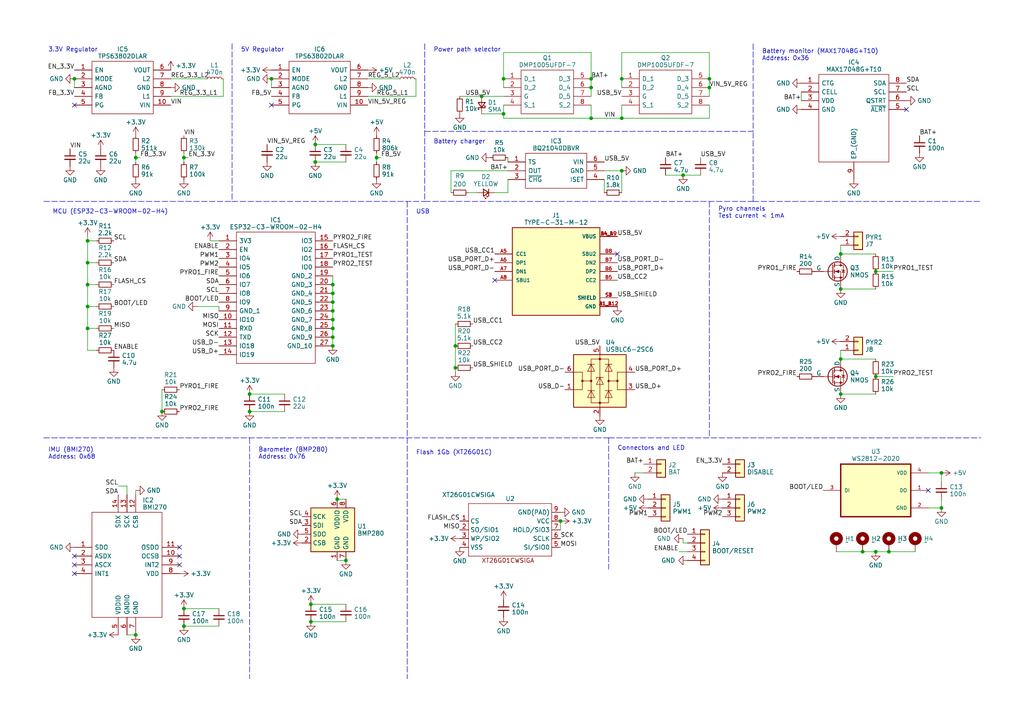
<source format=kicad_sch>
(kicad_sch (version 20230121) (generator eeschema)
  (paper "A4")
  (lib_symbols
    (symbol "Connector_Generic:Conn_01x02" (pin_names (offset 1.016) hide)
      (property "Reference" "J" (at 0 2.54 0))
      (property "Value" "Conn_01x02" (at 0 -5.08 0))
      (symbol "Conn_01x02_1_1"
        (pin passive line (at -5.08 0 0) (length 3.81) (name "Pin_1") (number "1"))
        (pin passive line (at -5.08 -2.54 0) (length 3.81) (name "Pin_2") (number "2"))
      )
    )
    (symbol "Connector_Generic:Conn_01x03" (pin_names (offset 1.016) hide)
      (property "Reference" "J" (at 0 5.08 0))
      (property "Value" "Conn_01x03" (at 0 -5.08 0))
      (symbol "Conn_01x03_1_1"
        (pin passive line (at -5.08 2.54 0) (length 3.81) (name "Pin_1") (number "1"))
        (pin passive line (at -5.08 0 0) (length 3.81) (name "Pin_2") (number "2"))
        (pin passive line (at -5.08 -2.54 0) (length 3.81) (name "Pin_3") (number "3"))
      )
    )
    (symbol "Connector_Generic:Conn_01x04" (pin_names (offset 1.016) hide)
      (property "Reference" "J" (at 0 5.08 0))
      (property "Value" "Conn_01x04" (at 0 -7.62 0))
      (symbol "Conn_01x04_1_1"
        (pin passive line (at -5.08 2.54 0) (length 3.81) (name "Pin_1") (number "1"))
        (pin passive line (at -5.08 0 0) (length 3.81) (name "Pin_2") (number "2"))
        (pin passive line (at -5.08 -2.54 0) (length 3.81) (name "Pin_3") (number "3"))
        (pin passive line (at -5.08 -5.08 0) (length 3.81) (name "Pin_4") (number "4"))
      )
    )
    (symbol "Device:C_Small" (pin_numbers hide) (pin_names (offset 0.254) hide)
      (property "Reference" "C" (at 0.254 1.778 0))
      (property "Value" "C_Small" (at 0.254 -2.032 0))
      (symbol "C_Small_1_1"
        (pin passive line (at 0 2.54 270) (length 2.032) (name "~") (number "1"))
        (pin passive line (at 0 -2.54 90) (length 2.032) (name "~") (number "2"))
      )
    )
    (symbol "Device:D_Schottky_Small" (pin_numbers hide) (pin_names (offset 0.254) hide)
      (property "Reference" "D" (at -1.27 2.032 0))
      (property "Value" "D_Schottky_Small" (at -7.112 -2.032 0))
      (symbol "D_Schottky_Small_1_1"
        (pin passive line (at -2.54 0 0) (length 1.778) (name "K") (number "1"))
        (pin passive line (at 2.54 0 180) (length 1.778) (name "A") (number "2"))
      )
    )
    (symbol "Device:LED_Small" (pin_numbers hide) (pin_names (offset 0.254) hide)
      (property "Reference" "D" (at -1.27 3.175 0))
      (property "Value" "LED_Small" (at -4.445 -2.54 0))
      (symbol "LED_Small_1_1"
        (pin passive line (at -2.54 0 0) (length 1.778) (name "K") (number "1"))
        (pin passive line (at 2.54 0 180) (length 1.778) (name "A") (number "2"))
      )
    )
    (symbol "Device:L_Small" (pin_numbers hide) (pin_names (offset 0.254) hide)
      (property "Reference" "L" (at 0.762 1.016 0))
      (property "Value" "L_Small" (at 0.762 -1.016 0))
      (symbol "L_Small_1_1"
        (pin passive line (at 0 2.54 270) (length 0.508) (name "~") (number "1"))
        (pin passive line (at 0 -2.54 90) (length 0.508) (name "~") (number "2"))
      )
    )
    (symbol "Device:R_Small" (pin_numbers hide) (pin_names (offset 0.254) hide)
      (property "Reference" "R" (at 0.762 0.508 0))
      (property "Value" "R_Small" (at 0.762 -1.016 0))
      (symbol "R_Small_1_1"
        (pin passive line (at 0 2.54 270) (length 0.762) (name "~") (number "1"))
        (pin passive line (at 0 -2.54 90) (length 0.762) (name "~") (number "2"))
      )
    )
    (symbol "Mechanical:MountingHole_Pad" (pin_numbers hide) (pin_names (offset 1.016) hide)
      (property "Reference" "H" (at 0 6.35 0))
      (property "Value" "MountingHole_Pad" (at 0 4.445 0))
      (symbol "MountingHole_Pad_1_1"
        (pin input line (at 0 -2.54 90) (length 2.54) (name "1") (number "1"))
      )
    )
    (symbol "Power_Protection:USBLC6-2SC6" (pin_names hide)
      (property "Reference" "U" (at 2.54 8.89 0))
      (property "Value" "USBLC6-2SC6" (at 2.54 -8.89 0))
      (symbol "USBLC6-2SC6_1_1"
        (pin passive line (at -10.16 -2.54 0) (length 2.54) (name "I/O1") (number "1"))
        (pin passive line (at 0 -10.16 90) (length 2.54) (name "GND") (number "2"))
        (pin passive line (at 10.16 -2.54 180) (length 2.54) (name "I/O2") (number "3"))
        (pin passive line (at 10.16 2.54 180) (length 2.54) (name "I/O2") (number "4"))
        (pin passive line (at 0 10.16 270) (length 2.54) (name "VBUS") (number "5"))
        (pin passive line (at -10.16 2.54 0) (length 2.54) (name "I/O1") (number "6"))
      )
    )
    (symbol "SamacSys_Parts:BMI270" (pin_names (offset 0.762))
      (property "Reference" "IC" (at 26.67 15.24 0))
      (property "Value" "BMI270" (at 26.67 12.7 0))
      (symbol "BMI270_0_0"
        (pin passive line (at 0 0 0) (length 5.08) (name "SDO") (number "1"))
        (pin passive line (at 30.48 -2.54 180) (length 5.08) (name "OCSB") (number "10"))
        (pin passive line (at 30.48 0 180) (length 5.08) (name "OSDO") (number "11"))
        (pin passive line (at 17.78 15.24 270) (length 5.08) (name "CSB") (number "12"))
        (pin passive line (at 15.24 15.24 270) (length 5.08) (name "SCX") (number "13"))
        (pin passive line (at 12.7 15.24 270) (length 5.08) (name "SDX") (number "14"))
        (pin passive line (at 0 -2.54 0) (length 5.08) (name "ASDX") (number "2"))
        (pin passive line (at 0 -5.08 0) (length 5.08) (name "ASCX") (number "3"))
        (pin passive line (at 0 -7.62 0) (length 5.08) (name "INT1") (number "4"))
        (pin passive line (at 12.7 -25.4 90) (length 5.08) (name "VDDIO") (number "5"))
        (pin passive line (at 15.24 -25.4 90) (length 5.08) (name "GNDIO") (number "6"))
        (pin passive line (at 17.78 -25.4 90) (length 5.08) (name "GND") (number "7"))
        (pin passive line (at 30.48 -7.62 180) (length 5.08) (name "VDD") (number "8"))
        (pin passive line (at 30.48 -5.08 180) (length 5.08) (name "INT2") (number "9"))
      )
    )
    (symbol "SamacSys_Parts:BQ21040DBVR" (pin_names (offset 0.762))
      (property "Reference" "IC" (at 24.13 7.62 0))
      (property "Value" "BQ21040DBVR" (at 24.13 5.08 0))
      (symbol "BQ21040DBVR_0_0"
        (pin input line (at 0 0 0) (length 5.08) (name "TS") (number "1"))
        (pin output line (at 0 -2.54 0) (length 5.08) (name "OUT") (number "2"))
        (pin output line (at 0 -5.08 0) (length 5.08) (name "~{CHG}") (number "3"))
        (pin input line (at 27.94 -5.08 180) (length 5.08) (name "ISET") (number "4"))
        (pin power_in line (at 27.94 -2.54 180) (length 5.08) (name "GND") (number "5"))
        (pin input line (at 27.94 0 180) (length 5.08) (name "VIN") (number "6"))
      )
    )
    (symbol "SamacSys_Parts:DMP1005UFDF-7" (pin_names (offset 0.762))
      (property "Reference" "Q" (at 21.59 7.62 0))
      (property "Value" "DMP1005UFDF-7" (at 21.59 5.08 0))
      (symbol "DMP1005UFDF-7_0_0"
        (pin passive line (at 0 0 0) (length 5.08) (name "D_1") (number "1"))
        (pin passive line (at 0 -2.54 0) (length 5.08) (name "D_2") (number "2"))
        (pin passive line (at 0 -5.08 0) (length 5.08) (name "G") (number "3"))
        (pin passive line (at 0 -7.62 0) (length 5.08) (name "S_1") (number "4"))
        (pin passive line (at 25.4 0 180) (length 5.08) (name "D_3") (number "5"))
        (pin passive line (at 25.4 -2.54 180) (length 5.08) (name "D_4") (number "6"))
        (pin passive line (at 25.4 -5.08 180) (length 5.08) (name "D_5") (number "7"))
        (pin passive line (at 25.4 -7.62 180) (length 5.08) (name "S_2") (number "8"))
      )
    )
    (symbol "SamacSys_Parts:ESP32-C3-WROOM-02-H4" (pin_names (offset 0.762))
      (property "Reference" "IC" (at 29.21 7.62 0))
      (property "Value" "ESP32-C3-WROOM-02-H4" (at 29.21 5.08 0))
      (symbol "ESP32-C3-WROOM-02-H4_0_0"
        (pin passive line (at 0 0 0) (length 5.08) (name "3V3") (number "1"))
        (pin passive line (at 0 -22.86 0) (length 5.08) (name "IO10") (number "10"))
        (pin passive line (at 0 -25.4 0) (length 5.08) (name "RXD") (number "11"))
        (pin passive line (at 0 -27.94 0) (length 5.08) (name "TXD") (number "12"))
        (pin passive line (at 0 -30.48 0) (length 5.08) (name "IO18") (number "13"))
        (pin passive line (at 0 -33.02 0) (length 5.08) (name "IO19") (number "14"))
        (pin passive line (at 33.02 0 180) (length 5.08) (name "IO3") (number "15"))
        (pin passive line (at 33.02 -2.54 180) (length 5.08) (name "IO2") (number "16"))
        (pin passive line (at 33.02 -5.08 180) (length 5.08) (name "IO1") (number "17"))
        (pin passive line (at 33.02 -7.62 180) (length 5.08) (name "IO0") (number "18"))
        (pin passive line (at 33.02 -10.16 180) (length 5.08) (name "GND_2") (number "19"))
        (pin passive line (at 0 -2.54 0) (length 5.08) (name "EN") (number "2"))
        (pin passive line (at 33.02 -12.7 180) (length 5.08) (name "GND_3") (number "20"))
        (pin passive line (at 33.02 -15.24 180) (length 5.08) (name "GND_4") (number "21"))
        (pin passive line (at 33.02 -17.78 180) (length 5.08) (name "GND_5") (number "22"))
        (pin passive line (at 33.02 -20.32 180) (length 5.08) (name "GND_6") (number "23"))
        (pin passive line (at 33.02 -22.86 180) (length 5.08) (name "GND_7") (number "24"))
        (pin passive line (at 33.02 -25.4 180) (length 5.08) (name "GND_8") (number "25"))
        (pin passive line (at 33.02 -27.94 180) (length 5.08) (name "GND_9") (number "26"))
        (pin passive line (at 33.02 -30.48 180) (length 5.08) (name "GND_10") (number "27"))
        (pin passive line (at 0 -5.08 0) (length 5.08) (name "IO4") (number "3"))
        (pin passive line (at 0 -7.62 0) (length 5.08) (name "IO5") (number "4"))
        (pin passive line (at 0 -10.16 0) (length 5.08) (name "IO6") (number "5"))
        (pin passive line (at 0 -12.7 0) (length 5.08) (name "IO7") (number "6"))
        (pin passive line (at 0 -15.24 0) (length 5.08) (name "IO8") (number "7"))
        (pin passive line (at 0 -17.78 0) (length 5.08) (name "IO9") (number "8"))
        (pin passive line (at 0 -20.32 0) (length 5.08) (name "GND_1") (number "9"))
      )
    )
    (symbol "SamacSys_Parts:MAX17048G+T10" (pin_names (offset 0.762))
      (property "Reference" "IC" (at 26.67 7.62 0))
      (property "Value" "MAX17048G+T10" (at 26.67 5.08 0))
      (symbol "MAX17048G+T10_0_0"
        (pin passive line (at 0 0 0) (length 5.08) (name "CTG") (number "1"))
        (pin passive line (at 0 -2.54 0) (length 5.08) (name "CELL") (number "2"))
        (pin passive line (at 0 -5.08 0) (length 5.08) (name "VDD") (number "3"))
        (pin passive line (at 0 -7.62 0) (length 5.08) (name "GND") (number "4"))
        (pin passive line (at 30.48 -7.62 180) (length 5.08) (name "~{ALRT}") (number "5"))
        (pin passive line (at 30.48 -5.08 180) (length 5.08) (name "QSTRT") (number "6"))
        (pin passive line (at 30.48 -2.54 180) (length 5.08) (name "SCL") (number "7"))
        (pin passive line (at 30.48 0 180) (length 5.08) (name "SDA") (number "8"))
        (pin passive line (at 15.24 -27.94 90) (length 5.08) (name "EP_(GND)") (number "9"))
      )
    )
    (symbol "SamacSys_Parts:TPS63802DLAR" (pin_names (offset 0.762))
      (property "Reference" "IC" (at 24.13 7.62 0))
      (property "Value" "TPS63802DLAR" (at 24.13 5.08 0))
      (symbol "TPS63802DLAR_0_0"
        (pin passive line (at 0 0 0) (length 5.08) (name "EN") (number "1"))
        (pin passive line (at 27.94 -10.16 180) (length 5.08) (name "VIN") (number "10"))
        (pin passive line (at 0 -2.54 0) (length 5.08) (name "MODE") (number "2"))
        (pin passive line (at 0 -5.08 0) (length 5.08) (name "AGND") (number "3"))
        (pin passive line (at 0 -7.62 0) (length 5.08) (name "FB") (number "4"))
        (pin passive line (at 0 -10.16 0) (length 5.08) (name "PG") (number "5"))
        (pin passive line (at 27.94 0 180) (length 5.08) (name "VOUT") (number "6"))
        (pin passive line (at 27.94 -2.54 180) (length 5.08) (name "L2") (number "7"))
        (pin passive line (at 27.94 -5.08 180) (length 5.08) (name "GND") (number "8"))
        (pin passive line (at 27.94 -7.62 180) (length 5.08) (name "L1") (number "9"))
      )
    )
    (symbol "Sensor_Pressure:BMP280"
      (property "Reference" "U" (at -7.62 10.16 0))
      (property "Value" "BMP280" (at 5.08 10.16 0))
      (symbol "BMP280_1_1"
        (pin power_in line (at 0 -7.62 90) (length 2.54) (name "GND") (number "1"))
        (pin input line (at -10.16 -2.54 0) (length 2.54) (name "CSB") (number "2"))
        (pin bidirectional line (at -10.16 2.54 0) (length 2.54) (name "SDI") (number "3"))
        (pin input line (at -10.16 5.08 0) (length 2.54) (name "SCK") (number "4"))
        (pin bidirectional line (at -10.16 0 0) (length 2.54) (name "SDO") (number "5"))
        (pin power_in line (at 0 10.16 270) (length 2.54) (name "VDDIO") (number "6"))
        (pin power_in line (at 2.54 -7.62 90) (length 2.54) (name "GND") (number "7"))
        (pin power_in line (at 2.54 10.16 270) (length 2.54) (name "VDD") (number "8"))
      )
    )
    (symbol "Simulation_SPICE:NMOS" (pin_numbers hide) (pin_names (offset 0))
      (property "Reference" "Q" (at 5.08 1.27 0))
      (property "Value" "NMOS" (at 5.08 -1.27 0))
      (symbol "NMOS_1_1"
        (pin passive line (at 2.54 5.08 270) (length 2.54) (name "D") (number "1"))
        (pin input line (at -5.08 0 0) (length 2.54) (name "G") (number "2"))
        (pin passive line (at 2.54 -5.08 90) (length 2.54) (name "S") (number "3"))
      )
    )
    (symbol "TYPE-C-31-M-12:TYPE-C-31-M-12" (pin_names (offset 1.016))
      (property "Reference" "J" (at -12.7 13.462 0))
      (property "Value" "TYPE-C-31-M-12" (at -12.7 -13.462 0))
      (symbol "TYPE-C-31-M-12_0_0"
        (pin power_in line (at 17.78 -10.16 180) (length 5.08) (name "GND") (number "A1_B12"))
        (pin power_in line (at 17.78 10.16 180) (length 5.08) (name "VBUS") (number "A4_B9"))
        (pin bidirectional line (at -17.78 5.08 0) (length 5.08) (name "CC1") (number "A5"))
        (pin bidirectional line (at -17.78 2.54 0) (length 5.08) (name "DP1") (number "A6"))
        (pin bidirectional line (at -17.78 0 0) (length 5.08) (name "DN1") (number "A7"))
        (pin bidirectional line (at -17.78 -2.54 0) (length 5.08) (name "SBU1") (number "A8"))
        (pin power_in line (at 17.78 -10.16 180) (length 5.08) (name "GND") (number "B1_A12"))
        (pin power_in line (at 17.78 10.16 180) (length 5.08) (name "VBUS") (number "B4_A9"))
        (pin bidirectional line (at 17.78 -2.54 180) (length 5.08) (name "CC2") (number "B5"))
        (pin bidirectional line (at 17.78 0 180) (length 5.08) (name "DP2") (number "B6"))
        (pin bidirectional line (at 17.78 2.54 180) (length 5.08) (name "DN2") (number "B7"))
        (pin bidirectional line (at 17.78 5.08 180) (length 5.08) (name "SBU2") (number "B8"))
        (pin passive line (at 17.78 -7.62 180) (length 5.08) (name "SHIELD") (number "S1"))
        (pin passive line (at 17.78 -7.62 180) (length 5.08) (name "SHIELD") (number "S2"))
        (pin passive line (at 17.78 -7.62 180) (length 5.08) (name "SHIELD") (number "S3"))
        (pin passive line (at 17.78 -7.62 180) (length 5.08) (name "SHIELD") (number "S4"))
      )
    )
    (symbol "WS2812-2020:WS2812-2020" (pin_names (offset 1.016))
      (property "Reference" "U" (at -10.16 7.62 0))
      (property "Value" "WS2812-2020" (at -10.16 -10.16 0))
      (symbol "WS2812-2020_0_0"
        (pin output line (at 15.24 0 180) (length 5.08) (name "DO") (number "1"))
        (pin power_in line (at 15.24 -5.08 180) (length 5.08) (name "GND") (number "2"))
        (pin input line (at -15.24 0 0) (length 5.08) (name "DI") (number "3"))
        (pin power_in line (at 15.24 5.08 180) (length 5.08) (name "VDD") (number "4"))
      )
    )
    (symbol "positive_altitude_7:XT26G01CWSIGA"
      (property "Reference" "U" (at 0 10.16 0))
      (property "Value" "XT26G01CWSIGA" (at -7.62 -1.27 0))
      (symbol "XT26G01CWSIGA_1_1"
        (text "XT26G01CWSIGA" (at 0 -7.62 0) (effects (font (size 1.27 1.27))))
        (pin input line (at -13.97 3.81 0) (length 2.54) (name "CS") (number "1"))
        (pin input line (at -13.97 1.27 0) (length 2.54) (name "SO/SIO1") (number "2"))
        (pin input line (at -13.97 -1.27 0) (length 2.54) (name "WP/SIO2") (number "3"))
        (pin input line (at -13.97 -3.81 0) (length 2.54) (name "VSS") (number "4"))
        (pin input line (at 15.24 -3.81 180) (length 2.54) (name "SI/SIO0") (number "5"))
        (pin input line (at 15.24 -1.27 180) (length 2.54) (name "SCLK") (number "6"))
        (pin input line (at 15.24 1.27 180) (length 2.54) (name "HOLD/SIO3") (number "7"))
        (pin input line (at 15.24 3.81 180) (length 2.54) (name "VCC") (number "8"))
        (pin input line (at 15.24 6.35 180) (length 2.54) (name "GND(PAD)") (number "9"))
      )
    )
    (symbol "power:+3.3V" (power) (pin_names (offset 0))
      (property "Value" "+3.3V" (at 0 3.556 0))
      (symbol "+3.3V_1_1"
        (pin power_in line (at 0 0 90) (length 0) hide (name "+3.3V") (number "1"))
      )
    )
    (symbol "power:+5V" (power) (pin_names (offset 0))
      (property "Value" "+5V" (at 0 3.556 0))
      (symbol "+5V_1_1"
        (pin power_in line (at 0 0 90) (length 0) hide (name "+5V") (number "1"))
      )
    )
    (symbol "power:GND" (power) (pin_names (offset 0))
      (property "Value" "GND" (at 0 -3.81 0))
      (symbol "GND_1_1"
        (pin power_in line (at 0 0 270) (length 0) hide (name "GND") (number "1"))
      )
    )
  )
  (junction (at 180.34 22.86))
  (junction (at 91.44 46.99))
  (junction (at 146.05 22.86))
  (junction (at 180.34 34.29))
  (junction (at 146.05 33.02))
  (junction (at 96.52 92.71))
  (junction (at 21.59 22.86))
  (junction (at 254 109.22))
  (junction (at 25.4 69.85))
  (junction (at 171.45 22.86))
  (junction (at 91.44 41.91))
  (junction (at 243.84 104.14))
  (junction (at 25.4 82.55))
  (junction (at 254 78.74))
  (junction (at 96.52 95.25))
  (junction (at 162.56 151.13))
  (junction (at 90.17 180.34))
  (junction (at 25.4 76.2))
  (junction (at 72.39 114.3))
  (junction (at 96.52 100.33))
  (junction (at 198.12 50.8))
  (junction (at 243.84 83.82))
  (junction (at 96.52 87.63))
  (junction (at 53.34 45.72))
  (junction (at 39.37 184.15))
  (junction (at 96.52 85.09))
  (junction (at 96.52 97.79))
  (junction (at 171.45 25.4))
  (junction (at 139.7 27.94))
  (junction (at 53.34 176.53))
  (junction (at 96.52 82.55))
  (junction (at 109.22 45.72))
  (junction (at 96.52 90.17))
  (junction (at 90.17 175.26))
  (junction (at 243.84 114.3))
  (junction (at 243.84 73.66))
  (junction (at 273.05 137.16))
  (junction (at 46.99 119.38))
  (junction (at 78.74 22.86))
  (junction (at 100.33 162.56))
  (junction (at 180.34 49.53))
  (junction (at 72.39 119.38))
  (junction (at 250.19 160.02))
  (junction (at 25.4 95.25))
  (junction (at 254 160.02))
  (junction (at 205.74 25.4))
  (junction (at 205.74 22.86))
  (junction (at 171.45 34.29))
  (junction (at 132.08 106.68))
  (junction (at 273.05 147.32))
  (junction (at 25.4 88.9))
  (junction (at 97.79 144.78))
  (junction (at 132.08 100.33))
  (junction (at 39.37 45.72))
  (junction (at 53.34 181.61))
  (junction (at 257.81 160.02))
  (no_connect (at 179.07 73.66))
  (no_connect (at 143.51 81.28))
  (no_connect (at 21.59 30.48))
  (no_connect (at 21.59 161.29))
  (no_connect (at 269.24 142.24))
  (no_connect (at 21.59 166.37))
  (no_connect (at 78.74 30.48))
  (no_connect (at 52.07 158.75))
  (no_connect (at 52.07 163.83))
  (no_connect (at 262.89 31.75))
  (no_connect (at 52.07 161.29))
  (no_connect (at 21.59 163.83))
  (wire (pts (xy 132.08 93.98) (xy 132.08 100.33)))
  (wire (pts (xy 162.56 151.13) (xy 162.56 153.67)))
  (wire (pts (xy 273.05 144.78) (xy 273.05 147.32)))
  (wire (pts (xy 109.22 45.72) (xy 109.22 46.99)))
  (wire (pts (xy 91.44 46.99) (xy 100.33 46.99)))
  (wire (pts (xy 171.45 27.94) (xy 171.45 25.4)))
  (wire (pts (xy 46.99 113.03) (xy 46.99 119.38)))
  (wire (pts (xy 27.94 82.55) (xy 25.4 82.55)))
  (polyline (pts (xy 123.19 12.7) (xy 123.19 58.42)) (stroke (width 0) (type dash)))
  (wire (pts (xy 180.34 34.29) (xy 205.74 34.29)))
  (wire (pts (xy 34.29 140.97) (xy 36.83 140.97)))
  (wire (pts (xy 171.45 22.86) (xy 171.45 15.24)))
  (wire (pts (xy 135.89 55.88) (xy 138.43 55.88)))
  (wire (pts (xy 205.74 30.48) (xy 205.74 34.29)))
  (wire (pts (xy 25.4 95.25) (xy 25.4 101.6)))
  (wire (pts (xy 57.15 88.9) (xy 63.5 88.9)))
  (polyline (pts (xy 118.11 127) (xy 118.11 196.85)) (stroke (width 0) (type dash)))
  (wire (pts (xy 146.05 22.86) (xy 146.05 25.4)))
  (wire (pts (xy 53.34 44.45) (xy 53.34 45.72)))
  (wire (pts (xy 25.4 76.2) (xy 27.94 76.2)))
  (wire (pts (xy 171.45 25.4) (xy 171.45 22.86)))
  (wire (pts (xy 120.65 22.86) (xy 120.65 27.94)))
  (wire (pts (xy 171.45 34.29) (xy 180.34 34.29)))
  (wire (pts (xy 132.08 100.33) (xy 132.08 106.68)))
  (wire (pts (xy 60.96 69.85) (xy 63.5 69.85)))
  (wire (pts (xy 243.84 73.66) (xy 254 73.66)))
  (polyline (pts (xy 176.53 127) (xy 176.53 165.1)) (stroke (width 0) (type dash)))
  (polyline (pts (xy 123.19 38.1) (xy 218.44 38.1)) (stroke (width 0) (type dash)))
  (wire (pts (xy 193.04 50.8) (xy 198.12 50.8)))
  (wire (pts (xy 175.26 49.53) (xy 180.34 49.53)))
  (wire (pts (xy 25.4 76.2) (xy 25.4 82.55)))
  (wire (pts (xy 243.84 114.3) (xy 254 114.3)))
  (wire (pts (xy 21.59 22.86) (xy 21.59 25.4)))
  (wire (pts (xy 72.39 114.3) (xy 82.55 114.3)))
  (wire (pts (xy 27.94 95.25) (xy 25.4 95.25)))
  (wire (pts (xy 25.4 82.55) (xy 25.4 88.9)))
  (wire (pts (xy 242.57 160.02) (xy 250.19 160.02)))
  (wire (pts (xy 106.68 27.94) (xy 120.65 27.94)))
  (wire (pts (xy 96.52 80.01) (xy 96.52 82.55)))
  (wire (pts (xy 243.84 83.82) (xy 254 83.82)))
  (wire (pts (xy 109.22 45.72) (xy 110.49 45.72)))
  (wire (pts (xy 96.52 82.55) (xy 96.52 85.09)))
  (wire (pts (xy 97.79 144.78) (xy 100.33 144.78)))
  (wire (pts (xy 205.74 22.86) (xy 205.74 15.24)))
  (wire (pts (xy 53.34 45.72) (xy 53.34 46.99)))
  (wire (pts (xy 198.12 50.8) (xy 203.2 50.8)))
  (wire (pts (xy 49.53 27.94) (xy 64.77 27.94)))
  (wire (pts (xy 146.05 34.29) (xy 171.45 34.29)))
  (wire (pts (xy 96.52 97.79) (xy 96.52 100.33)))
  (wire (pts (xy 243.84 104.14) (xy 254 104.14)))
  (wire (pts (xy 198.12 156.21) (xy 198.12 157.48)))
  (wire (pts (xy 198.12 157.48) (xy 199.39 157.48)))
  (polyline (pts (xy 218.44 12.7) (xy 218.44 38.1)) (stroke (width 0) (type dash)))
  (polyline (pts (xy 205.74 58.42) (xy 205.74 127)) (stroke (width 0) (type dash)))
  (polyline (pts (xy 72.39 127) (xy 72.39 196.85)) (stroke (width 0) (type dash)))
  (wire (pts (xy 53.34 176.53) (xy 63.5 176.53)))
  (wire (pts (xy 180.34 49.53) (xy 180.34 55.88)))
  (wire (pts (xy 273.05 137.16) (xy 273.05 139.7)))
  (wire (pts (xy 180.34 15.24) (xy 180.34 22.86)))
  (wire (pts (xy 106.68 22.86) (xy 115.57 22.86)))
  (wire (pts (xy 25.4 101.6) (xy 27.94 101.6)))
  (wire (pts (xy 254 109.22) (xy 259.08 109.22)))
  (wire (pts (xy 25.4 69.85) (xy 27.94 69.85)))
  (wire (pts (xy 146.05 34.29) (xy 146.05 33.02)))
  (wire (pts (xy 180.34 34.29) (xy 180.34 30.48)))
  (wire (pts (xy 90.17 180.34) (xy 100.33 180.34)))
  (wire (pts (xy 49.53 22.86) (xy 59.69 22.86)))
  (wire (pts (xy 250.19 160.02) (xy 254 160.02)))
  (wire (pts (xy 139.7 33.02) (xy 146.05 33.02)))
  (wire (pts (xy 139.7 27.94) (xy 146.05 27.94)))
  (wire (pts (xy 254 78.74) (xy 259.08 78.74)))
  (wire (pts (xy 39.37 44.45) (xy 39.37 45.72)))
  (polyline (pts (xy 123.19 58.42) (xy 218.44 58.42)) (stroke (width 0) (type dash)))
  (wire (pts (xy 36.83 140.97) (xy 36.83 143.51)))
  (wire (pts (xy 53.34 181.61) (xy 63.5 181.61)))
  (wire (pts (xy 96.52 87.63) (xy 96.52 90.17)))
  (wire (pts (xy 184.15 137.16) (xy 186.69 137.16)))
  (wire (pts (xy 39.37 45.72) (xy 40.64 45.72)))
  (wire (pts (xy 133.35 27.94) (xy 139.7 27.94)))
  (wire (pts (xy 72.39 119.38) (xy 82.55 119.38)))
  (wire (pts (xy 25.4 68.58) (xy 25.4 69.85)))
  (wire (pts (xy 109.22 44.45) (xy 109.22 45.72)))
  (wire (pts (xy 180.34 22.86) (xy 180.34 25.4)))
  (wire (pts (xy 96.52 85.09) (xy 96.52 87.63)))
  (wire (pts (xy 205.74 27.94) (xy 205.74 25.4)))
  (wire (pts (xy 53.34 45.72) (xy 54.61 45.72)))
  (wire (pts (xy 78.74 22.86) (xy 78.74 25.4)))
  (wire (pts (xy 205.74 25.4) (xy 205.74 22.86)))
  (polyline (pts (xy 12.7 58.42) (xy 67.31 58.42)) (stroke (width 0) (type dash)))
  (wire (pts (xy 171.45 15.24) (xy 146.05 15.24)))
  (polyline (pts (xy 218.44 58.42) (xy 218.44 38.1)) (stroke (width 0) (type dash)))
  (wire (pts (xy 25.4 88.9) (xy 25.4 95.25)))
  (wire (pts (xy 64.77 22.86) (xy 64.77 27.94)))
  (wire (pts (xy 171.45 30.48) (xy 171.45 34.29)))
  (wire (pts (xy 147.32 52.07) (xy 147.32 55.88)))
  (polyline (pts (xy 67.31 58.42) (xy 123.19 58.42)) (stroke (width 0) (type dash)))
  (wire (pts (xy 269.24 147.32) (xy 273.05 147.32)))
  (wire (pts (xy 146.05 33.02) (xy 146.05 30.48)))
  (wire (pts (xy 96.52 92.71) (xy 96.52 95.25)))
  (polyline (pts (xy 12.7 127) (xy 176.53 127)) (stroke (width 0) (type dash)))
  (wire (pts (xy 39.37 142.24) (xy 39.37 143.51)))
  (wire (pts (xy 91.44 41.91) (xy 100.33 41.91)))
  (wire (pts (xy 97.79 162.56) (xy 100.33 162.56)))
  (wire (pts (xy 243.84 101.6) (xy 243.84 104.14)))
  (wire (pts (xy 196.85 160.02) (xy 199.39 160.02)))
  (wire (pts (xy 143.51 55.88) (xy 147.32 55.88)))
  (polyline (pts (xy 118.11 58.42) (xy 118.11 127)) (stroke (width 0) (type dash)))
  (wire (pts (xy 232.41 26.67) (xy 232.41 29.21)))
  (wire (pts (xy 96.52 90.17) (xy 96.52 92.71)))
  (wire (pts (xy 180.34 15.24) (xy 205.74 15.24)))
  (polyline (pts (xy 218.44 58.42) (xy 284.48 58.42)) (stroke (width 0) (type dash)))
  (wire (pts (xy 257.81 160.02) (xy 265.43 160.02)))
  (wire (pts (xy 146.05 15.24) (xy 146.05 22.86)))
  (wire (pts (xy 25.4 69.85) (xy 25.4 76.2)))
  (wire (pts (xy 132.08 106.68) (xy 132.08 107.95)))
  (wire (pts (xy 254 160.02) (xy 257.81 160.02)))
  (wire (pts (xy 96.52 95.25) (xy 96.52 97.79)))
  (wire (pts (xy 63.5 90.17) (xy 63.5 88.9)))
  (wire (pts (xy 147.32 45.72) (xy 147.32 46.99)))
  (wire (pts (xy 175.26 52.07) (xy 175.26 55.88)))
  (wire (pts (xy 147.32 49.53) (xy 130.81 49.53)))
  (wire (pts (xy 90.17 175.26) (xy 100.33 175.26)))
  (wire (pts (xy 269.24 137.16) (xy 273.05 137.16)))
  (wire (pts (xy 39.37 45.72) (xy 39.37 46.99)))
  (polyline (pts (xy 176.53 127) (xy 284.48 127)) (stroke (width 0) (type dash)))
  (wire (pts (xy 243.84 71.12) (xy 243.84 73.66)))
  (wire (pts (xy 36.83 184.15) (xy 39.37 184.15)))
  (wire (pts (xy 25.4 88.9) (xy 27.94 88.9)))
  (wire (pts (xy 130.81 49.53) (xy 130.81 55.88)))
  (polyline (pts (xy 67.31 12.7) (xy 67.31 58.42)) (stroke (width 0) (type dash)))
  (text "Connectors and LED" (at 179.07 130.81 0) (effects (font (size 1.27 1.27)) (justify left bottom)))
  (text "IMU (BMI270)\nAddress: 0x68\n" (at 13.97 133.35 0) (effects (font (size 1.27 1.27)) (justify left bottom)))
  (text "Flash 1Gb (XT26G01C)" (at 120.65 132.08 0) (effects (font (size 1.27 1.27)) (justify left bottom)))
  (text "3.3V Regulator" (at 13.97 15.24 0) (effects (font (size 1.27 1.27)) (justify left bottom)))
  (text "USB" (at 120.65 62.23 0) (effects (font (size 1.27 1.27)) (justify left bottom)))
  (text "Barometer (BMP280)\nAddress: 0x76\n" (at 74.93 133.35 0) (effects (font (size 1.27 1.27)) (justify left bottom)))
  (text "5V Regulator" (at 69.85 15.24 0) (effects (font (size 1.27 1.27)) (justify left bottom)))
  (text "Pyro channels\nTest current < 1mA" (at 208.28 63.5 0) (effects (font (size 1.27 1.27)) (justify left bottom)))
  (text "Battery monitor (MAX17048G+T10)\nAddress: 0x36\n" (at 220.98 17.78 0) (effects (font (size 1.27 1.27)) (justify left bottom)))
  (text "MCU (ESP32-C3-WROOM-02-H4)" (at 15.24 62.23 0) (effects (font (size 1.27 1.27)) (justify left bottom)))
  (text "Battery charger" (at 125.73 41.91 0) (effects (font (size 1.27 1.27)) (justify left bottom)))
  (text "Power path selector" (at 125.73 15.24 0) (effects (font (size 1.27 1.27)) (justify left bottom)))
  (label "PYRO2_TEST" (at 259.08 109.22 0))
  (label "PYRO2_FIRE" (at 52.07 119.38 0))
  (label "USB_D-" (at 63.5 100.33 180))
  (label "FLASH_CS" (at 133.35 151.13 180))
  (label "USB_5V" (at 179.07 68.58 0))
  (label "PYRO1_FIRE" (at 63.5 80.01 180))
  (label "PYRO2_FIRE" (at 231.14 109.22 180))
  (label "SCL" (at 34.29 140.97 180))
  (label "USB_PORT_D+" (at 184.15 107.95 0))
  (label "BAT+" (at 147.32 49.53 180))
  (label "FB_5V" (at 110.49 45.72 0))
  (label "USB_PORT_D-" (at 163.83 107.95 180))
  (label "SDA" (at 87.63 152.4 180))
  (label "FLASH_CS" (at 33.02 82.55 0))
  (label "USB_PORT_D-" (at 143.51 78.74 180))
  (label "FB_5V" (at 78.74 27.94 180))
  (label "USB_CC2" (at 137.16 100.33 0))
  (label "REG_3.3_L2" (at 49.53 22.86 0))
  (label "EN_3.3V" (at 21.59 20.32 180))
  (label "BOOT{slash}LED" (at 33.02 88.9 0))
  (label "MOSI" (at 63.5 95.25 180))
  (label "USB_5V" (at 173.99 100.33 180))
  (label "REG_5_L1" (at 109.22 27.94 0))
  (label "PYRO1_TEST" (at 259.08 78.74 0))
  (label "REG_3.3_L1" (at 52.07 27.94 0))
  (label "SCL" (at 63.5 85.09 180))
  (label "USB_CC2" (at 179.07 81.28 0))
  (label "USB_PORT_D+" (at 179.07 78.74 0))
  (label "USB_PORT_D-" (at 179.07 76.2 0))
  (label "BOOT{slash}LED" (at 63.5 87.63 180))
  (label "PWM2" (at 63.5 77.47 180))
  (label "FLASH_CS" (at 96.52 72.39 0))
  (label "BAT+" (at 193.04 45.72 0))
  (label "USB_D+" (at 63.5 102.87 180))
  (label "VIN_5V_REG" (at 106.68 30.48 0))
  (label "BOOT{slash}LED" (at 238.76 142.24 180))
  (label "USB_SHIELD" (at 137.16 106.68 0))
  (label "SDA" (at 63.5 82.55 180))
  (label "USB_D+" (at 184.15 113.03 0))
  (label "USB_SHIELD" (at 179.07 86.36 0))
  (label "SCK" (at 162.56 156.21 0))
  (label "PYRO2_FIRE" (at 96.52 69.85 0))
  (label "BAT+" (at 186.69 134.62 180))
  (label "USB_5V" (at 180.34 27.94 180))
  (label "ENABLE" (at 33.02 101.6 0))
  (label "VIN" (at 49.53 30.48 0))
  (label "BOOT{slash}LED" (at 199.39 154.94 180))
  (label "PWM1" (at 187.96 149.86 180))
  (label "VIN" (at 175.26 34.29 0))
  (label "VIN" (at 20.32 43.18 0))
  (label "SDA" (at 262.89 24.13 0))
  (label "BAT+" (at 232.41 29.21 180))
  (label "VIN_5V_REG" (at 77.47 41.91 0))
  (label "MOSI" (at 162.56 158.75 0))
  (label "SCK" (at 63.5 97.79 180))
  (label "EN_3.3V" (at 54.61 45.72 0))
  (label "VIN" (at 53.34 39.37 0))
  (label "BAT+" (at 171.45 22.86 0))
  (label "SCL" (at 33.02 69.85 0))
  (label "USB_CC1" (at 137.16 93.98 0))
  (label "SDA" (at 34.29 143.51 180))
  (label "USB_PORT_D+" (at 143.51 76.2 180))
  (label "PWM1" (at 63.5 74.93 180))
  (label "PWM2" (at 209.55 149.86 180))
  (label "USB_5V" (at 142.24 27.94 180))
  (label "ENABLE" (at 196.85 160.02 180))
  (label "PYRO1_FIRE" (at 231.14 78.74 180))
  (label "PYRO2_TEST" (at 96.52 77.47 0))
  (label "MISO" (at 133.35 153.67 180))
  (label "PYRO1_TEST" (at 96.52 74.93 0))
  (label "USB_5V" (at 203.2 45.72 0))
  (label "MISO" (at 63.5 92.71 180))
  (label "PYRO1_FIRE" (at 52.07 113.03 0))
  (label "EN_3.3V" (at 209.55 134.62 180))
  (label "ENABLE" (at 63.5 72.39 180))
  (label "USB_CC1" (at 143.51 73.66 180))
  (label "SCL" (at 87.63 149.86 180))
  (label "USB_D-" (at 163.83 113.03 180))
  (label "SDA" (at 33.02 76.2 0))
  (label "SCL" (at 262.89 26.67 0))
  (label "REG_5_L2" (at 106.68 22.86 0))
  (label "MISO" (at 33.02 95.25 0))
  (label "VIN_5V_REG" (at 205.74 25.4 0))
  (label "BAT+" (at 266.7 39.37 0))
  (label "USB_5V" (at 175.26 46.99 0))
  (label "FB_3.3V" (at 40.64 45.72 0))
  (label "FB_3.3V" (at 21.59 27.94 180))
  (symbol (lib_id "power:GND") (at 33.02 106.68 0) (unit 1)
    (property "Reference" "#PWR039" (effects hide))
    (property "Value" "GND" (at 33.02 110.625 0))
  )
  (symbol (lib_id "Device:R_Small") (at 30.48 76.2 90) (unit 1)
    (property "Reference" "R12" (at 30.48 71.8834 90))
    (property "Value" "2.2k" (at 30.48 73.9314 90))
    (property "Footprint" "Resistor_SMD:R_0402_1005Metric_Pad0.72x0.64mm_HandSolder" (effects hide))
    (property "LCSC" "C114762" (effects hide))
  )
  (symbol (lib_id "power:GND") (at 133.35 158.75 0) (unit 1)
    (property "Reference" "#PWR059" (effects hide))
    (property "Value" "GND" (at 133.35 162.695 0))
  )
  (symbol (lib_id "Device:D_Schottky_Small") (at 139.7 30.48 90) (unit 1)
    (property "Reference" "D1" (at 141.478 29.71 90) (effects (justify right)))
    (property "Value" "SMA" (at 141.478 31.758 90) (effects (justify right)))
    (property "Footprint" "Diode_SMD:D_SMA_Handsoldering" (effects hide))
    (property "LCSC" "C2983557" (effects hide))
  )
  (symbol (lib_id "Device:C_Small") (at 91.44 44.45 0) (unit 1)
    (property "Reference" "C3" (at 93.7641 43.4323 0) (effects (justify left)))
    (property "Value" "22u" (at 93.7641 45.4803 0) (effects (justify left)))
    (property "Footprint" "Capacitor_SMD:C_0805_2012Metric_Pad1.18x1.45mm_HandSolder" (effects hide))
    (property "LCSC" "C86816" (effects hide))
  )
  (symbol (lib_id "Device:R_Small") (at 49.53 113.03 90) (unit 1)
    (property "Reference" "R21" (at 49.53 108.7134 90))
    (property "Value" "10k" (at 49.53 110.7614 90))
    (property "Footprint" "Resistor_SMD:R_0402_1005Metric_Pad0.72x0.64mm_HandSolder" (effects hide))
    (property "LCSC" "C60490" (effects hide))
  )
  (symbol (lib_id "power:GND") (at 20.32 48.26 0) (unit 1)
    (property "Reference" "#PWR020" (effects hide))
    (property "Value" "GND" (at 20.32 52.205 0))
  )
  (symbol (lib_id "TYPE-C-31-M-12:TYPE-C-31-M-12") (at 161.29 78.74 0) (unit 1)
    (property "Reference" "J1" (at 161.29 62.46 0))
    (property "Value" "TYPE-C-31-M-12" (at 161.29 64.508 0))
    (property "Footprint" "HRO_TYPE-C-31-M-12" (effects hide))
    (property "STANDARD" "Manufacturer Recommendations" (effects hide))
    (property "SNAPEDA_PN" "TYPE-C-31-M-12" (effects hide))
    (property "MANUFACTURER" "HRO Electronics Co., Ltd." (effects hide))
    (property "PARTREV" "2020.12.08" (effects hide))
    (property "MAXIMUM_PACKAGE_HEIGHT" "3.26 mm" (effects hide))
    (property "LCSC" "C165948" (effects hide))
  )
  (symbol (lib_id "Device:R_Small") (at 177.8 55.88 90) (unit 1)
    (property "Reference" "R10" (at 177.8 51.5634 90))
    (property "Value" "1.8k" (at 177.8 53.6114 90))
    (property "Footprint" "Resistor_SMD:R_0402_1005Metric_Pad0.72x0.64mm_HandSolder" (effects hide))
    (property "LCSC" "C163481" (effects hide))
  )
  (symbol (lib_id "power:+5V") (at 209.55 147.32 90) (unit 1)
    (property "Reference" "#PWR050" (effects hide))
    (property "Value" "+5V" (at 206.3751 147.32 90) (effects (justify left)))
  )
  (symbol (lib_id "power:GND") (at 39.37 142.24 90) (unit 1)
    (property "Reference" "#PWR045" (effects hide))
    (property "Value" "GND" (at 42.545 142.24 90) (effects (justify right)))
  )
  (symbol (lib_id "Device:R_Small") (at 49.53 119.38 90) (unit 1)
    (property "Reference" "R24" (at 49.53 115.0634 90))
    (property "Value" "10k" (at 49.53 117.1114 90))
    (property "Footprint" "Resistor_SMD:R_0402_1005Metric_Pad0.72x0.64mm_HandSolder" (effects hide))
    (property "LCSC" "C60490" (effects hide))
  )
  (symbol (lib_id "Device:C_Small") (at 63.5 179.07 0) (unit 1)
    (property "Reference" "C18" (at 65.8241 178.0523 0) (effects (justify left)))
    (property "Value" "100n" (at 65.8241 180.1003 0) (effects (justify left)))
    (property "Footprint" "Capacitor_SMD:C_0402_1005Metric_Pad0.74x0.62mm_HandSolder" (effects hide))
    (property "LCSC" "C85858" (effects hide))
  )
  (symbol (lib_id "Power_Protection:USBLC6-2SC6") (at 173.99 110.49 0) (unit 1)
    (property "Reference" "U4" (at 175.6411 99.29 0) (effects (justify left)))
    (property "Value" "USBLC6-2SC6" (at 175.6411 101.338 0) (effects (justify left)))
    (property "Footprint" "Package_TO_SOT_SMD:SOT-23-6" (effects hide))
    (property "Datasheet" "https://www.st.com/resource/en/datasheet/usblc6-2.pdf" (effects hide))
    (property "LCSC" "C7519" (effects hide))
  )
  (symbol (lib_id "Connector_Generic:Conn_01x04") (at 204.47 157.48 0) (unit 1)
    (property "Reference" "J4" (at 206.502 157.726 0) (effects (justify left)))
    (property "Value" "BOOT/RESET" (at 206.502 159.774 0) (effects (justify left)))
    (property "Footprint" "Connector_PinHeader_2.54mm:PinHeader_2x02_P2.54mm_Horizontal" (effects hide))
    (property "LCSC" "C492430" (effects hide))
  )
  (symbol (lib_id "power:GND") (at 109.22 52.07 0) (unit 1)
    (property "Reference" "#PWR026" (effects hide))
    (property "Value" "GND" (at 109.22 56.015 0))
  )
  (symbol (lib_id "Device:C_Small") (at 90.17 177.8 0) (unit 1)
    (property "Reference" "C15" (at 92.4941 176.7823 0) (effects (justify left)))
    (property "Value" "100n" (at 92.4941 178.8303 0) (effects (justify left)))
    (property "Footprint" "Capacitor_SMD:C_0402_1005Metric_Pad0.74x0.62mm_HandSolder" (effects hide))
    (property "LCSC" "C85858" (effects hide))
  )
  (symbol (lib_id "SamacSys_Parts:DMP1005UFDF-7") (at 180.34 22.86 0) (unit 1)
    (property "Reference" "Q2" (at 193.04 16.7908 0))
    (property "Value" "DMP1005UFDF-7" (at 193.04 18.8388 0))
    (property "Footprint" "DMP1005UFDF7" (effects hide))
    (property "Datasheet" "https://www.diodes.com/assets/Datasheets/DMP1005UFDF.pdf" (effects hide))
    (property "Description" "MOSFET MOSFETBVDSS: 8V-24V" (effects hide))
    (property "Height" "0.63" (effects hide))
    (property "Mouser Part Number" "621-DMP1005UFDF-7" (effects hide))
    (property "Mouser Price/Stock" "https://www.mouser.co.uk/ProductDetail/Diodes-Incorporated/DMP1005UFDF-7?qs=HXFqYaX1Q2z8xYk5sXvFfQ%3D%3D" (effects hide))
    (property "Manufacturer_Name" "Diodes Inc." (effects hide))
    (property "Manufacturer_Part_Number" "DMP1005UFDF-7" (effects hide))
    (property "LCSC" "C461046" (effects hide))
  )
  (symbol (lib_id "power:GND") (at 209.55 144.78 270) (unit 1)
    (property "Reference" "#PWR048" (effects hide))
    (property "Value" "GND" (at 206.3751 144.78 90) (effects (justify right)))
  )
  (symbol (lib_id "power:GND") (at 21.59 158.75 270) (unit 1)
    (property "Reference" "#PWR058" (effects hide))
    (property "Value" "GND" (at 18.4151 158.75 90) (effects (justify right)))
  )
  (symbol (lib_id "Device:R_Small") (at 254 106.68 180) (unit 1)
    (property "Reference" "R23" (at 255.4986 105.656 0) (effects (justify right)))
    (property "Value" "10k" (at 255.4986 107.704 0) (effects (justify right)))
    (property "Footprint" "Resistor_SMD:R_0402_1005Metric_Pad0.72x0.64mm_HandSolder" (effects hide))
    (property "LCSC" "C60490" (effects hide))
  )
  (symbol (lib_id "Mechanical:MountingHole_Pad") (at 265.43 157.48 0) (unit 1)
    (property "Reference" "H4" (at 267.97 156.21 0) (effects (justify left)))
    (property "Value" "~" (at 267.97 157.234 0) (effects (justify left)))
    (property "Footprint" "MountingHole:MountingHole_2.2mm_M2_Pad_Via" (effects hide))
    (property "LCSC" "-" (effects hide))
  )
  (symbol (lib_id "Device:R_Small") (at 30.48 95.25 90) (unit 1)
    (property "Reference" "R19" (at 30.48 90.9334 90))
    (property "Value" "10k" (at 30.48 92.9814 90))
    (property "Footprint" "Resistor_SMD:R_0402_1005Metric_Pad0.72x0.64mm_HandSolder" (effects hide))
    (property "LCSC" "C60490" (effects hide))
  )
  (symbol (lib_id "Device:C_Small") (at 72.39 116.84 0) (unit 1)
    (property "Reference" "C11" (at 74.7141 115.8223 0) (effects (justify left)))
    (property "Value" "100n" (at 74.7141 117.8703 0) (effects (justify left)))
    (property "Footprint" "Capacitor_SMD:C_0402_1005Metric_Pad0.74x0.62mm_HandSolder" (effects hide))
    (property "LCSC" "C85858" (effects hide))
  )
  (symbol (lib_id "Device:C_Small") (at 146.05 176.53 0) (unit 1)
    (property "Reference" "C14" (at 148.3741 175.5123 0) (effects (justify left)))
    (property "Value" "100n" (at 148.3741 177.5603 0) (effects (justify left)))
    (property "Footprint" "Capacitor_SMD:C_0402_1005Metric_Pad0.74x0.62mm_HandSolder" (effects hide))
    (property "LCSC" "C85858" (effects hide))
  )
  (symbol (lib_id "positive_altitude_7:XT26G01CWSIGA") (at 147.32 154.94 0) (unit 1)
    (property "Reference" "U2" (at 147.955 144.645 0))
    (property "Value" "XT26G01CWSIGA" (at 135.89 143.51 0))
    (property "Footprint" "Package_SON:WSON-8-1EP_8x6mm_P1.27mm_EP3.4x4.3mm" (effects hide))
    (property "LCSC" "C2833378" (effects hide))
  )
  (symbol (lib_id "power:+3.3V") (at 162.56 151.13 270) (unit 1)
    (property "Reference" "#PWR053" (effects hide))
    (property "Value" "+3.3V" (at 165.735 151.13 90) (effects (justify left)))
  )
  (symbol (lib_id "power:+3.3V") (at 90.17 175.26 0) (unit 1)
    (property "Reference" "#PWR065" (effects hide))
    (property "Value" "+3.3V" (at 90.17 171.315 0))
  )
  (symbol (lib_id "Device:R_Small") (at 133.35 55.88 90) (unit 1)
    (property "Reference" "R9" (at 133.35 50.9991 90))
    (property "Value" "200" (at 133.35 53.4233 90))
    (property "Footprint" "Resistor_SMD:R_0402_1005Metric_Pad0.72x0.64mm_HandSolder" (effects hide))
    (property "LCSC" "C114764" (effects hide))
  )
  (symbol (lib_id "power:GND") (at 247.65 52.07 0) (unit 1)
    (property "Reference" "#PWR027" (effects hide))
    (property "Value" "GND" (at 247.65 56.015 0))
  )
  (symbol (lib_id "Device:R_Small") (at 109.22 41.91 0) (unit 1)
    (property "Reference" "R4" (at 110.7186 40.886 0) (effects (justify left)))
    (property "Value" "806k" (at 110.7186 42.934 0) (effects (justify left)))
    (property "Footprint" "Resistor_SMD:R_0402_1005Metric_Pad0.72x0.64mm_HandSolder" (effects hide))
    (property "LCSC" "C3016043" (effects hide))
  )
  (symbol (lib_id "Device:C_Small") (at 193.04 48.26 0) (unit 1)
    (property "Reference" "C7" (at 195.3641 47.2423 0) (effects (justify left)))
    (property "Value" "4.7u" (at 195.3641 49.2903 0) (effects (justify left)))
    (property "Footprint" "Capacitor_SMD:C_0603_1608Metric_Pad1.08x0.95mm_HandSolder" (effects hide))
    (property "LCSC" "C162274" (effects hide))
  )
  (symbol (lib_id "power:GND") (at 142.24 45.72 270) (unit 1)
    (property "Reference" "#PWR017" (effects hide))
    (property "Value" "GND" (at 139.0651 45.72 90) (effects (justify right)))
  )
  (symbol (lib_id "power:GND") (at 39.37 52.07 0) (unit 1)
    (property "Reference" "#PWR024" (effects hide))
    (property "Value" "GND" (at 39.37 56.015 0))
  )
  (symbol (lib_id "power:GND") (at 133.35 33.02 0) (unit 1)
    (property "Reference" "#PWR011" (effects hide))
    (property "Value" "GND" (at 133.35 36.965 0))
  )
  (symbol (lib_id "power:GND") (at 46.99 119.38 0) (unit 1)
    (property "Reference" "#PWR072" (effects hide))
    (property "Value" "GND" (at 46.99 123.325 0))
  )
  (symbol (lib_id "power:GND") (at 53.34 52.07 0) (unit 1)
    (property "Reference" "#PWR025" (effects hide))
    (property "Value" "GND" (at 53.34 56.015 0))
  )
  (symbol (lib_id "Device:R_Small") (at 39.37 49.53 0) (unit 1)
    (property "Reference" "R6" (at 40.8686 48.506 0) (effects (justify left)))
    (property "Value" "91k" (at 40.8686 50.554 0) (effects (justify left)))
    (property "Footprint" "Resistor_SMD:R_0402_1005Metric_Pad0.72x0.64mm_HandSolder" (effects hide))
    (property "LCSC" "C327323" (effects hide))
  )
  (symbol (lib_id "Device:C_Small") (at 33.02 104.14 0) (unit 1)
    (property "Reference" "C10" (at 35.3441 103.1223 0) (effects (justify left)))
    (property "Value" "4.7u" (at 35.3441 105.1703 0) (effects (justify left)))
    (property "Footprint" "Capacitor_SMD:C_0603_1608Metric_Pad1.08x0.95mm_HandSolder" (effects hide))
    (property "LCSC" "C162274" (effects hide))
  )
  (symbol (lib_id "power:+3.3V") (at 29.21 43.18 0) (unit 1)
    (property "Reference" "#PWR015" (effects hide))
    (property "Value" "+3.3V" (at 29.21 39.235 0))
  )
  (symbol (lib_id "Device:R_Small") (at 39.37 41.91 0) (unit 1)
    (property "Reference" "R2" (at 40.8686 40.886 0) (effects (justify left)))
    (property "Value" "511k" (at 40.8686 42.934 0) (effects (justify left)))
    (property "Footprint" "Resistor_SMD:R_0402_1005Metric_Pad0.72x0.64mm_HandSolder" (effects hide))
    (property "LCSC" "C163461" (effects hide))
  )
  (symbol (lib_id "power:GND") (at 232.41 31.75 270) (unit 1)
    (property "Reference" "#PWR010" (effects hide))
    (property "Value" "GND" (at 229.2351 31.75 90) (effects (justify right)))
  )
  (symbol (lib_id "Mechanical:MountingHole_Pad") (at 257.81 157.48 0) (unit 1)
    (property "Reference" "H3" (at 260.35 156.21 0) (effects (justify left)))
    (property "Value" "~" (at 260.35 157.234 0) (effects (justify left)))
    (property "Footprint" "MountingHole:MountingHole_2.2mm_M2_Pad_Via" (effects hide))
    (property "LCSC" "-" (effects hide))
  )
  (symbol (lib_id "power:GND") (at 57.15 88.9 270) (unit 1)
    (property "Reference" "#PWR032" (effects hide))
    (property "Value" "GND" (at 53.9751 88.9 90) (effects (justify right)))
  )
  (symbol (lib_id "power:GND") (at 146.05 179.07 0) (unit 1)
    (property "Reference" "#PWR067" (effects hide))
    (property "Value" "GND" (at 146.05 183.015 0))
  )
  (symbol (lib_id "SamacSys_Parts:TPS63802DLAR") (at 78.74 20.32 0) (unit 1)
    (property "Reference" "IC6" (at 92.71 14.2508 0))
    (property "Value" "TPS63802DLAR" (at 92.71 16.2988 0))
    (property "Footprint" "TPS63802DLAR" (effects hide))
    (property "Datasheet" "http://www.ti.com/lit/ds/symlink/tps63802.pdf" (effects hide))
    (property "Description" "Texas Instruments High current, high efficiency single inductor buck-boost converter 10-VSON-HR -40 to 125" (effects hide))
    (property "Height" "1" (effects hide))
    (property "Mouser Part Number" "595-TPS63802DLAR" (effects hide))
    (property "Mouser Price/Stock" "https://www.mouser.co.uk/ProductDetail/Texas-Instruments/TPS63802DLAR?qs=9r4v7xj2Lnmr2ylyTiX9Mg%3D%3D" (effects hide))
    (property "Manufacturer_Name" "Texas Instruments" (effects hide))
    (property "Manufacturer_Part_Number" "TPS63802DLAR" (effects hide))
    (property "LCSC" "C2845237" (effects hide))
  )
  (symbol (lib_id "power:GND") (at 78.74 22.86 270) (unit 1)
    (property "Reference" "#PWR05" (effects hide))
    (property "Value" "GND" (at 75.5651 22.86 90) (effects (justify right)))
  )
  (symbol (lib_id "Device:R_Small") (at 254 111.76 180) (unit 1)
    (property "Reference" "R26" (at 255.4986 110.736 0) (effects (justify right)))
    (property "Value" "10k" (at 255.4986 112.784 0) (effects (justify right)))
    (property "Footprint" "Resistor_SMD:R_0402_1005Metric_Pad0.72x0.64mm_HandSolder" (effects hide))
    (property "LCSC" "C60490" (effects hide))
  )
  (symbol (lib_id "power:+3.3V") (at 49.53 20.32 0) (unit 1)
    (property "Reference" "#PWR01" (effects hide))
    (property "Value" "+3.3V" (at 50.927 19.05 0) (effects (justify left)))
  )
  (symbol (lib_id "power:+5V") (at 273.05 137.16 270) (unit 1)
    (property "Reference" "#PWR044" (effects hide))
    (property "Value" "+5V" (at 276.225 137.16 90) (effects (justify left)))
  )
  (symbol (lib_id "Device:R_Small") (at 109.22 49.53 0) (unit 1)
    (property "Reference" "R8" (at 110.7186 48.506 0) (effects (justify left)))
    (property "Value" "91k" (at 110.7186 50.554 0) (effects (justify left)))
    (property "Footprint" "Resistor_SMD:R_0402_1005Metric_Pad0.72x0.64mm_HandSolder" (effects hide))
    (property "LCSC" "C327323" (effects hide))
  )
  (symbol (lib_id "Device:R_Small") (at 30.48 88.9 90) (unit 1)
    (property "Reference" "R17" (at 30.48 84.5834 90))
    (property "Value" "10k" (at 30.48 86.6314 90))
    (property "Footprint" "Resistor_SMD:R_0402_1005Metric_Pad0.72x0.64mm_HandSolder" (effects hide))
    (property "LCSC" "C60490" (effects hide))
  )
  (symbol (lib_id "power:GND") (at 87.63 154.94 270) (unit 1)
    (property "Reference" "#PWR054" (effects hide))
    (property "Value" "GND" (at 84.4551 154.94 90) (effects (justify right)))
  )
  (symbol (lib_id "Device:R_Small") (at 30.48 101.6 90) (unit 1)
    (property "Reference" "R27" (at 30.48 97.2834 90))
    (property "Value" "10k" (at 30.48 99.3314 90))
    (property "Footprint" "Resistor_SMD:R_0402_1005Metric_Pad0.72x0.64mm_HandSolder" (effects hide))
    (property "LCSC" "C60490" (effects hide))
  )
  (symbol (lib_id "Device:C_Small") (at 82.55 116.84 0) (unit 1)
    (property "Reference" "C12" (at 84.8741 115.8223 0) (effects (justify left)))
    (property "Value" "22u" (at 84.8741 117.8703 0) (effects (justify left)))
    (property "Footprint" "Capacitor_SMD:C_0805_2012Metric_Pad1.18x1.45mm_HandSolder" (effects hide))
    (property "LCSC" "C86816" (effects hide))
  )
  (symbol (lib_id "power:GND") (at 90.17 180.34 0) (unit 1)
    (property "Reference" "#PWR068" (effects hide))
    (property "Value" "GND" (at 90.17 184.285 0))
  )
  (symbol (lib_id "power:+3.3V") (at 146.05 173.99 0) (unit 1)
    (property "Reference" "#PWR064" (effects hide))
    (property "Value" "+3.3V" (at 146.05 170.045 0))
  )
  (symbol (lib_id "power:+3.3V") (at 53.34 176.53 0) (unit 1)
    (property "Reference" "#PWR066" (effects hide))
    (property "Value" "+3.3V" (at 53.34 172.585 0))
  )
  (symbol (lib_id "Sensor_Pressure:BMP280") (at 97.79 154.94 0) (unit 1)
    (property "Reference" "U1" (at 103.632 152.646 0) (effects (justify left)))
    (property "Value" "BMP280" (at 103.632 154.694 0) (effects (justify left)))
    (property "Footprint" "Package_LGA:Bosch_LGA-8_2x2.5mm_P0.65mm_ClockwisePinNumbering" (effects hide))
    (property "Datasheet" "https://ae-bst.resource.bosch.com/media/_tech/media/datasheets/BST-BMP280-DS001.pdf" (effects hide))
    (property "LCSC" "C83291" (effects hide))
  )
  (symbol (lib_id "Device:C_Small") (at 53.34 179.07 0) (unit 1)
    (property "Reference" "C17" (at 55.6641 178.0523 0) (effects (justify left)))
    (property "Value" "100n" (at 55.6641 180.1003 0) (effects (justify left)))
    (property "Footprint" "Capacitor_SMD:C_0402_1005Metric_Pad0.74x0.62mm_HandSolder" (effects hide))
    (property "LCSC" "C85858" (effects hide))
  )
  (symbol (lib_id "power:+3.3V") (at 60.96 69.85 0) (unit 1)
    (property "Reference" "#PWR030" (effects hide))
    (property "Value" "+3.3V" (at 60.96 65.905 0))
  )
  (symbol (lib_id "Simulation_SPICE:NMOS") (at 241.3 109.22 0) (unit 1)
    (property "Reference" "Q4" (at 246.507 108.196 0) (effects (justify left)))
    (property "Value" "NMOS" (at 246.507 110.244 0) (effects (justify left)))
    (property "Footprint" "Package_TO_SOT_SMD:SOT-23" (effects hide))
    (property "Datasheet" "https://ngspice.sourceforge.io/docs/ngspice-manual.pdf" (effects hide))
    (property "Sim.Device" "NMOS" (effects hide))
    (property "Sim.Type" "VDMOS" (effects hide))
    (property "Sim.Pins" "1=D 2=G 3=S" (effects hide))
    (property "LCSC" "C3280164" (effects hide))
  )
  (symbol (lib_id "power:GND") (at 132.08 107.95 0) (unit 1)
    (property "Reference" "#PWR037" (effects hide))
    (property "Value" "GND" (at 132.08 111.895 0))
  )
  (symbol (lib_id "SamacSys_Parts:BMI270") (at 21.59 158.75 0) (unit 1)
    (property "Reference" "IC2" (at 41.3259 145.0608 0) (effects (justify left)))
    (property "Value" "BMI270" (at 41.3259 147.1088 0) (effects (justify left)))
    (property "Footprint" "QFN50P300X250X87-14N" (effects hide))
    (property "Datasheet" "https://www.mouser.de/datasheet/2/783/BST-BMI270-FL000-1530947.pdf" (effects hide))
    (property "Description" "IMUs - Inertial Measurement Units Smart Ultra-Low Power Inertial Measurement Unit (IMU) for Wearable Applications" (effects hide))
    (property "Height" "0.87" (effects hide))
    (property "Mouser Part Number" "262-BMI270" (effects hide))
    (property "Mouser Price/Stock" "https://www.mouser.co.uk/ProductDetail/Bosch-Sensortec/BMI270?qs=u16ybLDytRYIj%252BjQEee88A%3D%3D" (effects hide))
    (property "Manufacturer_Name" "BOSCH" (effects hide))
    (property "Manufacturer_Part_Number" "BMI270" (effects hide))
    (property "LCSC" "C2836813" (effects hide))
  )
  (symbol (lib_id "power:GND") (at 198.12 50.8 0) (unit 1)
    (property "Reference" "#PWR023" (effects hide))
    (property "Value" "GND" (at 198.12 54.745 0))
  )
  (symbol (lib_id "power:+3.3V") (at 97.79 144.78 0) (unit 1)
    (property "Reference" "#PWR046" (effects hide))
    (property "Value" "+3.3V" (at 97.79 140.835 0))
  )
  (symbol (lib_id "power:+3.3V") (at 52.07 166.37 270) (unit 1)
    (property "Reference" "#PWR063" (effects hide))
    (property "Value" "+3.3V" (at 55.245 166.37 90) (effects (justify left)))
  )
  (symbol (lib_id "Device:C_Small") (at 20.32 45.72 0) (unit 1)
    (property "Reference" "C5" (at 22.6441 44.7023 0) (effects (justify left)))
    (property "Value" "22u" (at 22.6441 46.7503 0) (effects (justify left)))
    (property "Footprint" "Capacitor_SMD:C_0805_2012Metric_Pad1.18x1.45mm_HandSolder" (effects hide))
    (property "LCSC" "C86816" (effects hide))
  )
  (symbol (lib_id "power:GND") (at 262.89 29.21 90) (unit 1)
    (property "Reference" "#PWR09" (effects hide))
    (property "Value" "GND" (at 266.065 29.21 90) (effects (justify right)))
  )
  (symbol (lib_id "Device:R_Small") (at 144.78 45.72 90) (unit 1)
    (property "Reference" "R5" (at 144.78 41.4034 90))
    (property "Value" "10k" (at 144.78 43.4514 90))
    (property "Footprint" "Resistor_SMD:R_0402_1005Metric_Pad0.72x0.64mm_HandSolder" (effects hide))
    (property "LCSC" "C60490" (effects hide))
  )
  (symbol (lib_id "Device:R_Small") (at 133.35 30.48 180) (unit 1)
    (property "Reference" "R1" (at 134.8486 29.456 0) (effects (justify right)))
    (property "Value" "10k" (at 134.8486 31.504 0) (effects (justify right)))
    (property "Footprint" "Resistor_SMD:R_0402_1005Metric_Pad0.72x0.64mm_HandSolder" (effects hide))
    (property "LCSC" "C60490" (effects hide))
  )
  (symbol (lib_id "Connector_Generic:Conn_01x03") (at 193.04 147.32 0) (unit 1)
    (property "Reference" "J5" (at 195.072 146.296 0) (effects (justify left)))
    (property "Value" "PWM1" (at 195.072 148.344 0) (effects (justify left)))
    (property "Footprint" "Connector_JST:JST_XH_B3B-XH-A_1x03_P2.50mm_Vertical" (effects hide))
    (property "LCSC" "C144394" (effects hide))
  )
  (symbol (lib_id "power:GND") (at 100.33 162.56 0) (unit 1)
    (property "Reference" "#PWR061" (effects hide))
    (property "Value" "GND" (at 100.33 166.505 0))
  )
  (symbol (lib_id "power:GND") (at 273.05 147.32 0) (unit 1)
    (property "Reference" "#PWR051" (effects hide))
    (property "Value" "GND" (at 273.05 151.265 0))
  )
  (symbol (lib_id "power:+3.3V") (at 34.29 184.15 90) (unit 1)
    (property "Reference" "#PWR070" (effects hide))
    (property "Value" "+3.3V" (at 31.115 184.15 90) (effects (justify left)))
  )
  (symbol (lib_id "Device:L_Small") (at 62.23 22.86 90) (unit 1)
    (property "Reference" "L1" (at 62.23 18.9012 90))
    (property "Value" "470n" (at 62.23 20.9492 90))
    (property "Footprint" "Inductor_SMD:L_1008_2520Metric_Pad1.43x2.20mm_HandSolder" (effects hide))
    (property "LCSC" "C1333867" (effects hide))
  )
  (symbol (lib_id "power:GND") (at 96.52 100.33 0) (unit 1)
    (property "Reference" "#PWR035" (effects hide))
    (property "Value" "GND" (at 96.52 104.275 0))
  )
  (symbol (lib_id "power:GND") (at 72.39 119.38 0) (unit 1)
    (property "Reference" "#PWR040" (effects hide))
    (property "Value" "GND" (at 72.39 123.325 0))
  )
  (symbol (lib_id "power:+5V") (at 106.68 20.32 270) (unit 1)
    (property "Reference" "#PWR03" (effects hide))
    (property "Value" "+5V" (at 109.855 20.32 90) (effects (justify left)))
  )
  (symbol (lib_id "power:GND") (at 243.84 114.3 0) (unit 1)
    (property "Reference" "#PWR038" (effects hide))
    (property "Value" "GND" (at 243.84 118.245 0))
  )
  (symbol (lib_id "power:GND") (at 29.21 48.26 0) (unit 1)
    (property "Reference" "#PWR021" (effects hide))
    (property "Value" "GND" (at 29.21 52.205 0))
  )
  (symbol (lib_id "power:GND") (at 184.15 137.16 0) (unit 1)
    (property "Reference" "#PWR042" (effects hide))
    (property "Value" "GND" (at 184.15 141.105 0))
  )
  (symbol (lib_id "Device:R_Small") (at 30.48 69.85 90) (unit 1)
    (property "Reference" "R11" (at 30.48 65.5334 90))
    (property "Value" "2.2k" (at 30.48 67.5814 90))
    (property "Footprint" "Resistor_SMD:R_0402_1005Metric_Pad0.72x0.64mm_HandSolder" (effects hide))
    (property "LCSC" "C114762" (effects hide))
  )
  (symbol (lib_id "Device:C_Small") (at 77.47 44.45 0) (unit 1)
    (property "Reference" "C2" (at 79.7941 43.4323 0) (effects (justify left)))
    (property "Value" "22u" (at 79.7941 45.4803 0) (effects (justify left)))
    (property "Footprint" "Capacitor_SMD:C_0805_2012Metric_Pad1.18x1.45mm_HandSolder" (effects hide))
    (property "LCSC" "C86816" (effects hide))
  )
  (symbol (lib_id "Connector_Generic:Conn_01x02") (at 248.92 101.6 0) (mirror x) (unit 1)
    (property "Reference" "J8" (at 250.952 101.354 0) (effects (justify left)))
    (property "Value" "PYR2" (at 250.952 99.306 0) (effects (justify left)))
    (property "Footprint" "Connector_JST:JST_XH_B2B-XH-A_1x02_P2.50mm_Vertical" (effects hide))
    (property "LCSC" "C158012" (effects hide))
  )
  (symbol (lib_id "power:+3.3V") (at 133.35 156.21 90) (unit 1)
    (property "Reference" "#PWR055" (effects hide))
    (property "Value" "+3.3V" (at 130.175 156.21 90) (effects (justify left)))
  )
  (symbol (lib_id "Device:R_Small") (at 254 76.2 180) (unit 1)
    (property "Reference" "R13" (at 255.4986 75.176 0) (effects (justify right)))
    (property "Value" "10k" (at 255.4986 77.224 0) (effects (justify right)))
    (property "Footprint" "Resistor_SMD:R_0402_1005Metric_Pad0.72x0.64mm_HandSolder" (effects hide))
    (property "LCSC" "C60490" (effects hide))
  )
  (symbol (lib_id "Connector_Generic:Conn_01x02") (at 214.63 134.62 0) (unit 1)
    (property "Reference" "J3" (at 216.662 134.866 0) (effects (justify left)))
    (property "Value" "DISABLE" (at 216.662 136.914 0) (effects (justify left)))
    (property "Footprint" "Connector_PinHeader_2.54mm:PinHeader_2x01_P2.54mm_Horizontal" (effects hide))
    (property "LCSC" "C492430" (effects hide))
  )
  (symbol (lib_id "power:GND") (at 179.07 88.9 0) (unit 1)
    (property "Reference" "#PWR033" (effects hide))
    (property "Value" "GND" (at 179.07 92.845 0))
  )
  (symbol (lib_id "Device:C_Small") (at 100.33 177.8 0) (unit 1)
    (property "Reference" "C16" (at 102.6541 176.7823 0) (effects (justify left)))
    (property "Value" "100n" (at 102.6541 178.8303 0) (effects (justify left)))
    (property "Footprint" "Capacitor_SMD:C_0402_1005Metric_Pad0.74x0.62mm_HandSolder" (effects hide))
    (property "LCSC" "C85858" (effects hide))
  )
  (symbol (lib_id "Connector_Generic:Conn_01x02") (at 248.92 71.12 0) (mirror x) (unit 1)
    (property "Reference" "J7" (at 250.952 70.874 0) (effects (justify left)))
    (property "Value" "PYR1" (at 250.952 68.826 0) (effects (justify left)))
    (property "Footprint" "Connector_JST:JST_XH_B2B-XH-A_1x02_P2.50mm_Vertical" (effects hide))
    (property "LCSC" "C158012" (effects hide))
  )
  (symbol (lib_id "power:GND") (at 254 160.02 0) (unit 1)
    (property "Reference" "#PWR060" (effects hide))
    (property "Value" "GND" (at 254 163.965 0))
  )
  (symbol (lib_id "power:+3.3V") (at 87.63 157.48 90) (unit 1)
    (property "Reference" "#PWR057" (effects hide))
    (property "Value" "+3.3V" (at 84.455 157.48 90) (effects (justify left)))
  )
  (symbol (lib_id "Device:R_Small") (at 30.48 82.55 90) (unit 1)
    (property "Reference" "R16" (at 30.48 78.2334 90))
    (property "Value" "10k" (at 30.48 80.2814 90))
    (property "Footprint" "Resistor_SMD:R_0402_1005Metric_Pad0.72x0.64mm_HandSolder" (effects hide))
    (property "LCSC" "C60490" (effects hide))
  )
  (symbol (lib_id "Device:R_Small") (at 254 81.28 180) (unit 1)
    (property "Reference" "R15" (at 255.4986 80.256 0) (effects (justify right)))
    (property "Value" "10k" (at 255.4986 82.304 0) (effects (justify right)))
    (property "Footprint" "Resistor_SMD:R_0402_1005Metric_Pad0.72x0.64mm_HandSolder" (effects hide))
    (property "LCSC" "C60490" (effects hide))
  )
  (symbol (lib_id "Device:R_Small") (at 53.34 49.53 0) (unit 1)
    (property "Reference" "R7" (at 54.8386 48.506 0) (effects (justify left)))
    (property "Value" "100k" (at 54.8386 50.554 0) (effects (justify left)))
    (property "Footprint" "Resistor_SMD:R_0402_1005Metric_Pad0.72x0.64mm_HandSolder" (effects hide))
    (property "LCSC" "C60491" (effects hide))
  )
  (symbol (lib_id "Device:C_Small") (at 266.7 41.91 0) (unit 1)
    (property "Reference" "C1" (at 269.0241 40.8923 0) (effects (justify left)))
    (property "Value" "100n" (at 269.0241 42.9403 0) (effects (justify left)))
    (property "Footprint" "Capacitor_SMD:C_0402_1005Metric_Pad0.74x0.62mm_HandSolder" (effects hide))
    (property "LCSC" "C85858" (effects hide))
  )
  (symbol (lib_id "Mechanical:MountingHole_Pad") (at 242.57 157.48 0) (unit 1)
    (property "Reference" "H1" (at 245.11 156.21 0) (effects (justify left)))
    (property "Value" "~" (at 245.11 157.234 0) (effects (justify left)))
    (property "Footprint" "MountingHole:MountingHole_2.2mm_M2_Pad_Via" (effects hide))
    (property "LCSC" "-" (effects hide))
  )
  (symbol (lib_id "Device:C_Small") (at 273.05 142.24 0) (unit 1)
    (property "Reference" "C13" (at 275.3741 141.2223 0) (effects (justify left)))
    (property "Value" "100n" (at 275.3741 143.2703 0) (effects (justify left)))
    (property "Footprint" "Capacitor_SMD:C_0402_1005Metric_Pad0.74x0.62mm_HandSolder" (effects hide))
    (property "LCSC" "C85858" (effects hide))
  )
  (symbol (lib_id "Device:R_Small") (at 134.62 93.98 270) (unit 1)
    (property "Reference" "R18" (at 134.62 89.6634 90))
    (property "Value" "5.1k" (at 134.62 91.7114 90))
    (property "Footprint" "Resistor_SMD:R_0402_1005Metric_Pad0.72x0.64mm_HandSolder" (effects hide))
    (property "LCSC" "C105872" (effects hide))
  )
  (symbol (lib_id "power:+3.3V") (at 78.74 20.32 90) (unit 1)
    (property "Reference" "#PWR02" (effects hide))
    (property "Value" "+3.3V" (at 75.565 20.32 90) (effects (justify left)))
  )
  (symbol (lib_id "SamacSys_Parts:DMP1005UFDF-7") (at 146.05 22.86 0) (unit 1)
    (property "Reference" "Q1" (at 158.75 16.7908 0))
    (property "Value" "DMP1005UFDF-7" (at 158.75 18.8388 0))
    (property "Footprint" "DMP1005UFDF7" (effects hide))
    (property "Datasheet" "https://www.diodes.com/assets/Datasheets/DMP1005UFDF.pdf" (effects hide))
    (property "Description" "MOSFET MOSFETBVDSS: 8V-24V" (effects hide))
    (property "Height" "0.63" (effects hide))
    (property "Mouser Part Number" "621-DMP1005UFDF-7" (effects hide))
    (property "Mouser Price/Stock" "https://www.mouser.co.uk/ProductDetail/Diodes-Incorporated/DMP1005UFDF-7?qs=HXFqYaX1Q2z8xYk5sXvFfQ%3D%3D" (effects hide))
    (property "Manufacturer_Name" "Diodes Inc." (effects hide))
    (property "Manufacturer_Part_Number" "DMP1005UFDF-7" (effects hide))
    (property "LCSC" "C461046" (effects hide))
  )
  (symbol (lib_id "Device:L_Small") (at 118.11 22.86 90) (unit 1)
    (property "Reference" "L2" (at 118.11 18.9012 90))
    (property "Value" "470n" (at 118.11 20.9492 90))
    (property "Footprint" "Inductor_SMD:L_1008_2520Metric_Pad1.43x2.20mm_HandSolder" (effects hide))
    (property "LCSC" "C1333867" (effects hide))
  )
  (symbol (lib_id "Device:R_Small") (at 233.68 109.22 90) (unit 1)
    (property "Reference" "R25" (at 233.68 104.9034 90))
    (property "Value" "200" (at 233.68 106.9514 90))
    (property "Footprint" "Resistor_SMD:R_0402_1005Metric_Pad0.72x0.64mm_HandSolder" (effects hide))
    (property "LCSC" "C114764" (effects hide))
  )
  (symbol (lib_id "Device:R_Small") (at 134.62 100.33 270) (unit 1)
    (property "Reference" "R20" (at 134.62 96.0134 90))
    (property "Value" "5.1k" (at 134.62 98.0614 90))
    (property "Footprint" "Resistor_SMD:R_0402_1005Metric_Pad0.72x0.64mm_HandSolder" (effects hide))
    (property "LCSC" "C105872" (effects hide))
  )
  (symbol (lib_id "Simulation_SPICE:NMOS") (at 241.3 78.74 0) (unit 1)
    (property "Reference" "Q3" (at 246.507 77.716 0) (effects (justify left)))
    (property "Value" "NMOS" (at 246.507 79.764 0) (effects (justify left)))
    (property "Footprint" "Package_TO_SOT_SMD:SOT-23" (effects hide))
    (property "Datasheet" "https://ngspice.sourceforge.io/docs/ngspice-manual.pdf" (effects hide))
    (property "Sim.Device" "NMOS" (effects hide))
    (property "Sim.Type" "VDMOS" (effects hide))
    (property "Sim.Pins" "1=D 2=G 3=S" (effects hide))
    (property "LCSC" "C3280164" (effects hide))
  )
  (symbol (lib_id "power:GND") (at 209.55 137.16 0) (unit 1)
    (property "Reference" "#PWR043" (effects hide))
    (property "Value" "GND" (at 209.55 141.105 0))
  )
  (symbol (lib_id "power:GND") (at 39.37 184.15 0) (unit 1)
    (property "Reference" "#PWR071" (effects hide))
    (property "Value" "GND" (at 39.37 188.095 0))
  )
  (symbol (lib_id "power:GND") (at 266.7 44.45 0) (unit 1)
    (property "Reference" "#PWR016" (effects hide))
    (property "Value" "GND" (at 266.7 48.395 0))
  )
  (symbol (lib_id "Connector_Generic:Conn_01x02") (at 191.77 134.62 0) (unit 1)
    (property "Reference" "J2" (at 193.802 134.866 0) (effects (justify left)))
    (property "Value" "BAT" (at 193.802 136.914 0) (effects (justify left)))
    (property "Footprint" "Connector_JST:JST_XH_B2B-XH-A_1x02_P2.50mm_Vertical" (effects hide))
    (property "LCSC" "C158012" (effects hide))
  )
  (symbol (lib_id "SamacSys_Parts:TPS63802DLAR") (at 21.59 20.32 0) (unit 1)
    (property "Reference" "IC5" (at 35.56 14.2508 0))
    (property "Value" "TPS63802DLAR" (at 35.56 16.2988 0))
    (property "Footprint" "TPS63802DLAR" (effects hide))
    (property "Datasheet" "http://www.ti.com/lit/ds/symlink/tps63802.pdf" (effects hide))
    (property "Description" "Texas Instruments High current, high efficiency single inductor buck-boost converter 10-VSON-HR -40 to 125" (effects hide))
    (property "Height" "1" (effects hide))
    (property "Mouser Part Number" "595-TPS63802DLAR" (effects hide))
    (property "Mouser Price/Stock" "https://www.mouser.co.uk/ProductDetail/Texas-Instruments/TPS63802DLAR?qs=9r4v7xj2Lnmr2ylyTiX9Mg%3D%3D" (effects hide))
    (property "Manufacturer_Name" "Texas Instruments" (effects hide))
    (property "Manufacturer_Part_Number" "TPS63802DLAR" (effects hide))
    (property "LCSC" "C2845237" (effects hide))
  )
  (symbol (lib_id "power:GND") (at 21.59 22.86 270) (unit 1)
    (property "Reference" "#PWR04" (effects hide))
    (property "Value" "GND" (at 18.4151 22.86 90) (effects (justify right)))
  )
  (symbol (lib_id "power:+5V") (at 109.22 39.37 0) (unit 1)
    (property "Reference" "#PWR013" (effects hide))
    (property "Value" "+5V" (at 109.22 35.425 0))
  )
  (symbol (lib_id "Device:R_Small") (at 134.62 106.68 270) (unit 1)
    (property "Reference" "R22" (at 134.62 102.3634 90))
    (property "Value" "10k" (at 134.62 104.4114 90))
    (property "Footprint" "Resistor_SMD:R_0402_1005Metric_Pad0.72x0.64mm_HandSolder" (effects hide))
    (property "LCSC" "C60490" (effects hide))
  )
  (symbol (lib_id "Device:LED_Small") (at 140.97 55.88 180) (unit 1)
    (property "Reference" "D2" (at 140.9065 51.284 0))
    (property "Value" "YELLOW" (at 140.9065 53.332 0))
    (property "Footprint" "LED_SMD:LED_0603_1608Metric_Pad1.05x0.95mm_HandSolder" (effects hide))
    (property "LCSC" "C72038" (effects hide))
  )
  (symbol (lib_id "power:+3.3V") (at 25.4 68.58 0) (unit 1)
    (property "Reference" "#PWR028" (effects hide))
    (property "Value" "+3.3V" (at 25.4 64.635 0))
  )
  (symbol (lib_id "power:GND") (at 91.44 46.99 0) (unit 1)
    (property "Reference" "#PWR019" (effects hide))
    (property "Value" "GND" (at 91.44 50.935 0))
  )
  (symbol (lib_id "power:+3.3V") (at 72.39 114.3 0) (unit 1)
    (property "Reference" "#PWR036" (effects hide))
    (property "Value" "+3.3V" (at 72.39 110.355 0))
  )
  (symbol (lib_id "power:GND") (at 187.96 144.78 270) (unit 1)
    (property "Reference" "#PWR047" (effects hide))
    (property "Value" "GND" (at 184.7851 144.78 90) (effects (justify right)))
  )
  (symbol (lib_id "SamacSys_Parts:ESP32-C3-WROOM-02-H4") (at 63.5 69.85 0) (unit 1)
    (property "Reference" "IC1" (at 80.01 63.7808 0))
    (property "Value" "ESP32-C3-WROOM-02-H4" (at 80.01 65.8288 0))
    (property "Footprint" "ESP32C3WROOM02H4" (effects hide))
    (property "Datasheet" "https://www.mouser.in/datasheet/2/891/Espressif_Systems_04082021_ESP32_C3_WROOM_02-2295851.pdf" (effects hide))
    (property "Description" "WiFi Modules (802.11) SMD module, ESP32-C3, 4MB SPI flash, PCB antenna, -40 C +105 C" (effects hide))
    (property "Height" "3.35" (effects hide))
    (property "Mouser Part Number" "356-ESP32C3WROOM02H4" (effects hide))
    (property "Mouser Price/Stock" "https://www.mouser.co.uk/ProductDetail/Espressif-Systems/ESP32-C3-WROOM-02-H4?qs=stqOd1AaK79%2FSA14oWtR%252Bw%3D%3D" (effects hide))
    (property "Manufacturer_Name" "Espressif Systems" (effects hide))
    (property "Manufacturer_Part_Number" "ESP32-C3-WROOM-02-H4" (effects hide))
    (property "LCSC" "C2934560" (effects hide))
  )
  (symbol (lib_id "power:GND") (at 243.84 83.82 0) (unit 1)
    (property "Reference" "#PWR031" (effects hide))
    (property "Value" "GND" (at 243.84 87.765 0))
  )
  (symbol (lib_id "Mechanical:MountingHole_Pad") (at 250.19 157.48 0) (unit 1)
    (property "Reference" "H2" (at 252.73 156.21 0) (effects (justify left)))
    (property "Value" "~" (at 252.73 157.234 0) (effects (justify left)))
    (property "Footprint" "MountingHole:MountingHole_2.2mm_M2_Pad_Via" (effects hide))
    (property "LCSC" "-" (effects hide))
  )
  (symbol (lib_id "Device:C_Small") (at 100.33 44.45 0) (unit 1)
    (property "Reference" "C4" (at 102.6541 43.4323 0) (effects (justify left)))
    (property "Value" "22u" (at 102.6541 45.4803 0) (effects (justify left)))
    (property "Footprint" "Capacitor_SMD:C_0805_2012Metric_Pad1.18x1.45mm_HandSolder" (effects hide))
    (property "LCSC" "C86816" (effects hide))
  )
  (symbol (lib_id "power:+5V") (at 243.84 68.58 90) (unit 1)
    (property "Reference" "#PWR029" (effects hide))
    (property "Value" "+5V" (at 240.6651 68.58 90) (effects (justify left)))
  )
  (symbol (lib_id "power:GND") (at 198.12 156.21 270) (unit 1)
    (property "Reference" "#PWR056" (effects hide))
    (property "Value" "GND" (at 190.5 156.21 90) (effects (justify left)))
  )
  (symbol (lib_id "power:GND") (at 49.53 25.4 90) (unit 1)
    (property "Reference" "#PWR07" (effects hide))
    (property "Value" "GND" (at 52.705 25.4 90) (effects (justify right)))
  )
  (symbol (lib_id "power:+5V") (at 187.96 147.32 90) (unit 1)
    (property "Reference" "#PWR049" (effects hide))
    (property "Value" "+5V" (at 184.7851 147.32 90) (effects (justify left)))
  )
  (symbol (lib_id "power:GND") (at 180.34 49.53 90) (unit 1)
    (property "Reference" "#PWR022" (effects hide))
    (property "Value" "GND" (at 183.515 49.53 90) (effects (justify right)))
  )
  (symbol (lib_id "power:GND") (at 106.68 25.4 90) (unit 1)
    (property "Reference" "#PWR08" (effects hide))
    (property "Value" "GND" (at 109.855 25.4 90) (effects (justify right)))
  )
  (symbol (lib_id "power:GND") (at 232.41 24.13 270) (unit 1)
    (property "Reference" "#PWR06" (effects hide))
    (property "Value" "GND" (at 229.2351 24.13 90) (effects (justify right)))
  )
  (symbol (lib_id "power:GND") (at 199.39 162.56 270) (unit 1)
    (property "Reference" "#PWR062" (effects hide))
    (property "Value" "GND" (at 191.77 162.56 90) (effects (justify left)))
  )
  (symbol (lib_id "power:+3.3V") (at 39.37 39.37 0) (unit 1)
    (property "Reference" "#PWR012" (effects hide))
    (property "Value" "+3.3V" (at 39.37 35.425 0))
  )
  (symbol (lib_id "power:GND") (at 173.99 120.65 0) (unit 1)
    (property "Reference" "#PWR041" (effects hide))
    (property "Value" "GND" (at 173.99 124.595 0))
  )
  (symbol (lib_id "Device:R_Small") (at 53.34 41.91 0) (unit 1)
    (property "Reference" "R3" (at 54.8386 40.886 0) (effects (justify left)))
    (property "Value" "130k" (at 54.8386 42.934 0) (effects (justify left)))
    (property "Footprint" "Resistor_SMD:R_0402_1005Metric_Pad0.72x0.64mm_HandSolder" (effects hide))
    (property "LCSC" "C93946" (effects hide))
  )
  (symbol (lib_id "power:+5V") (at 243.84 99.06 90) (unit 1)
    (property "Reference" "#PWR034" (effects hide))
    (property "Value" "+5V" (at 240.6651 99.06 90) (effects (justify left)))
  )
  (symbol (lib_id "Device:C_Small") (at 29.21 45.72 0) (unit 1)
    (property "Reference" "C6" (at 31.5341 44.7023 0) (effects (justify left)))
    (property "Value" "22u" (at 31.5341 46.7503 0) (effects (justify left)))
    (property "Footprint" "Capacitor_SMD:C_0805_2012Metric_Pad1.18x1.45mm_HandSolder" (effects hide))
    (property "LCSC" "C86816" (effects hide))
  )
  (symbol (lib_id "Connector_Generic:Conn_01x03") (at 214.63 147.32 0) (unit 1)
    (property "Reference" "J6" (at 216.662 146.296 0) (effects (justify left)))
    (property "Value" "PWM2" (at 216.662 148.344 0) (effects (justify left)))
    (property "Footprint" "Connector_JST:JST_XH_B3B-XH-A_1x03_P2.50mm_Vertical" (effects hide))
    (property "LCSC" "C144394" (effects hide))
  )
  (symbol (lib_id "WS2812-2020:WS2812-2020") (at 254 142.24 0) (unit 1)
    (property "Reference" "U3" (at 254 130.9638 0))
    (property "Value" "WS2812-2020" (at 254 133.0118 0))
    (property "Footprint" "LED_WS2812-2020" (effects hide))
    (property "PARTREV" "V1.3" (effects hide))
    (property "SNAPEDA_PN" "WS2812-2020" (effects hide))
    (property "STANDARD" "Manufacturer Recommendations" (effects hide))
    (property "MAXIMUM_PACKAGE_HEIGHT" "0.84 mm" (effects hide))
    (property "MANUFACTURER" "Worldsemi" (effects hide))
    (property "LCSC" "C965555" (effects hide))
  )
  (symbol (lib_id "SamacSys_Parts:BQ21040DBVR") (at 147.32 46.99 0) (unit 1)
    (property "Reference" "IC3" (at 161.29 40.9208 0))
    (property "Value" "BQ21040DBVR" (at 161.29 42.9688 0))
    (property "Footprint" "SOT95P280X145-6N" (effects hide))
    (property "Datasheet" "http://www.ti.com/lit/gpn/bq21040" (effects hide))
    (property "Description" "0.8A Single Input Single-Cell Li-Ion and Li-Pol Battery Charger" (effects hide))
    (property "Height" "1.45" (effects hide))
    (property "Mouser Part Number" "595-BQ21040DBVR" (effects hide))
    (property "Mouser Price/Stock" "https://www.mouser.co.uk/ProductDetail/Texas-Instruments/BQ21040DBVR?qs=cttFivMKqWyovUuY6Xwwcw%3D%3D" (effects hide))
    (property "Manufacturer_Name" "Texas Instruments" (effects hide))
    (property "Manufacturer_Part_Number" "BQ21040DBVR" (effects hide))
    (property "LCSC" "C202311" (effects hide))
  )
  (symbol (lib_id "power:GND") (at 53.34 181.61 0) (unit 1)
    (property "Reference" "#PWR069" (effects hide))
    (property "Value" "GND" (at 53.34 185.555 0))
  )
  (symbol (lib_id "Device:R_Small") (at 233.68 78.74 90) (unit 1)
    (property "Reference" "R14" (at 233.68 74.4234 90))
    (property "Value" "200" (at 233.68 76.4714 90))
    (property "Footprint" "Resistor_SMD:R_0402_1005Metric_Pad0.72x0.64mm_HandSolder" (effects hide))
    (property "LCSC" "C114764" (effects hide))
  )
  (symbol (lib_id "power:GND") (at 162.56 148.59 90) (unit 1)
    (property "Reference" "#PWR052" (effects hide))
    (property "Value" "GND" (at 165.735 148.59 90) (effects (justify right)))
  )
  (symbol (lib_id "power:+5V") (at 91.44 41.91 0) (unit 1)
    (property "Reference" "#PWR014" (effects hide))
    (property "Value" "+5V" (at 91.44 37.965 0))
  )
  (symbol (lib_id "SamacSys_Parts:MAX17048G+T10") (at 232.41 24.13 0) (unit 1)
    (property "Reference" "IC4" (at 247.65 18.0608 0))
    (property "Value" "MAX17048G+T10" (at 247.65 20.1088 0))
    (property "Footprint" "SON50P200X200X80-9N-D" (effects hide))
    (property "Datasheet" "https://datasheets.maximintegrated.com/en/ds/MAX17048-MAX17049.pdf" (effects hide))
    (property "Description" "Battery Management Host-Side Modelgauge (1-Cell)" (effects hide))
    (property "Height" "0.8" (effects hide))
    (property "Mouser Part Number" "700-MAX17048G+T10" (effects hide))
    (property "Mouser Price/Stock" "https://www.mouser.co.uk/ProductDetail/Analog-Devices-Maxim-Integrated/MAX17048G%2bT10?qs=D7PJwyCwLAoGnnn8jEPRBQ%3D%3D" (effects hide))
    (property "Manufacturer_Name" "Analog Devices" (effects hide))
    (property "Manufacturer_Part_Number" "MAX17048G+T10" (effects hide))
    (property "LCSC" "C2682616" (effects hide))
  )
  (symbol (lib_id "power:GND") (at 77.47 46.99 0) (unit 1)
    (property "Reference" "#PWR018" (effects hide))
    (property "Value" "GND" (at 77.47 50.935 0))
  )
  (symbol (lib_id "Device:C_Small") (at 203.2 48.26 0) (unit 1)
    (property "Reference" "C8" (at 205.5241 47.2423 0) (effects (justify left)))
    (property "Value" "4.7u" (at 205.5241 49.2903 0) (effects (justify left)))
    (property "Footprint" "Capacitor_SMD:C_0603_1608Metric_Pad1.08x0.95mm_HandSolder" (effects hide))
    (property "LCSC" "C162274" (effects hide))
  )
)
</source>
